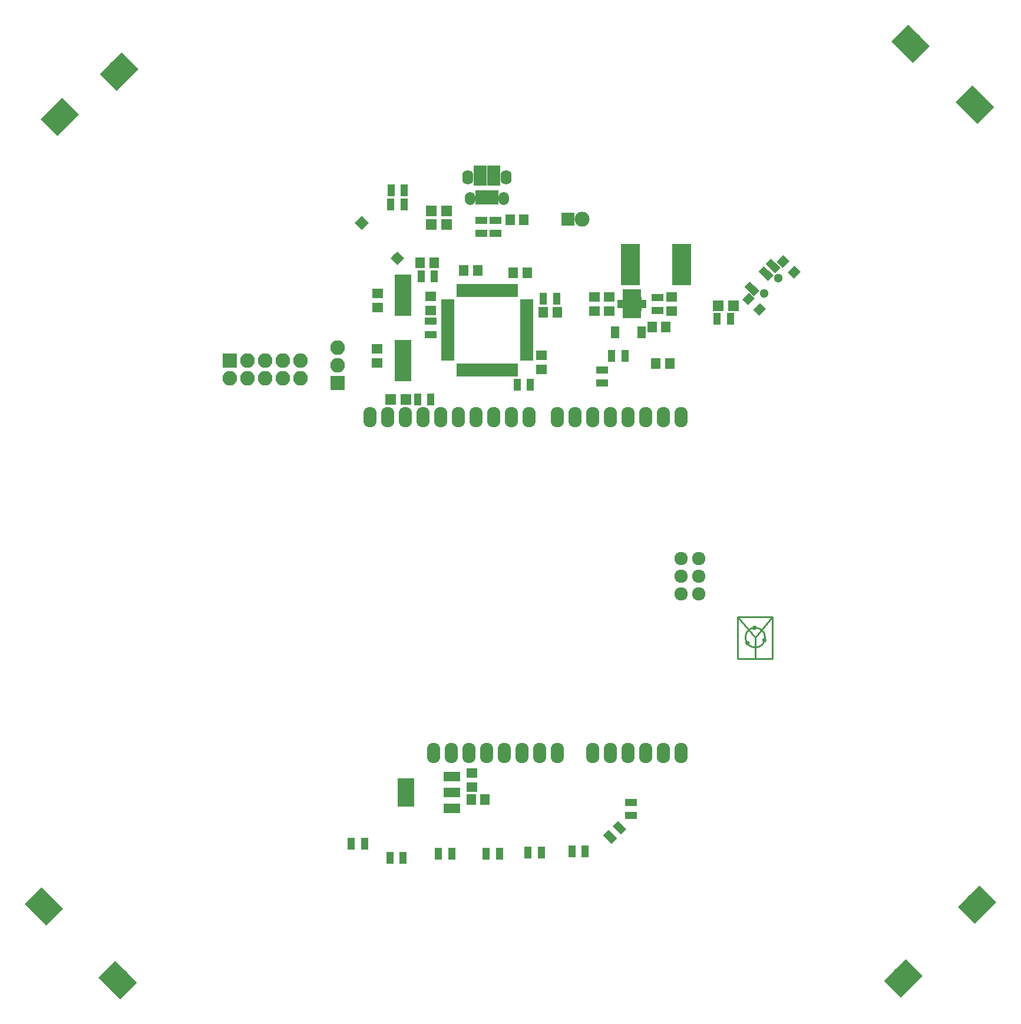
<source format=gbr>
G04 #@! TF.GenerationSoftware,KiCad,Pcbnew,(5.0.0-rc2-dev-26-g0d794b2)*
G04 #@! TF.CreationDate,2018-07-01T20:50:18-07:00*
G04 #@! TF.ProjectId,Skull_badge,536B756C6C5F62616467652E6B696361,rev?*
G04 #@! TF.SameCoordinates,Original*
G04 #@! TF.FileFunction,Soldermask,Top*
G04 #@! TF.FilePolarity,Negative*
%FSLAX46Y46*%
G04 Gerber Fmt 4.6, Leading zero omitted, Abs format (unit mm)*
G04 Created by KiCad (PCBNEW (5.0.0-rc2-dev-26-g0d794b2)) date Sunday, July 01, 2018 at 08:50:18 PM*
%MOMM*%
%LPD*%
G01*
G04 APERTURE LIST*
%ADD10C,0.250000*%
%ADD11O,1.924000X2.940000*%
%ADD12C,1.924000*%
%ADD13R,1.900000X1.900000*%
%ADD14O,2.150000X2.150000*%
%ADD15R,2.700000X6.000000*%
%ADD16R,0.800000X2.050000*%
%ADD17O,1.500000X1.900000*%
%ADD18O,1.600000X2.100000*%
%ADD19R,1.830000X2.900000*%
%ADD20R,1.400000X1.650000*%
%ADD21R,1.650000X1.400000*%
%ADD22R,2.100000X2.100000*%
%ADD23O,2.100000X2.100000*%
%ADD24R,1.100000X1.700000*%
%ADD25C,1.100000*%
%ADD26C,0.100000*%
%ADD27R,1.700000X1.100000*%
%ADD28R,0.950000X1.900000*%
%ADD29R,1.900000X0.950000*%
%ADD30R,2.398980X5.899100*%
%ADD31R,1.600000X1.600000*%
%ADD32C,1.400760*%
%ADD33C,3.400000*%
%ADD34R,0.680000X1.250000*%
%ADD35R,1.600000X1.225000*%
%ADD36R,1.100000X0.680000*%
%ADD37C,1.000000*%
%ADD38R,1.300000X1.700000*%
%ADD39R,2.432000X4.057600*%
%ADD40R,2.432000X1.416000*%
%ADD41C,1.300000*%
%ADD42C,1.200000*%
G04 APERTURE END LIST*
D10*
X162029113Y-141132157D02*
G75*
G03X162029113Y-141132157I-200000J0D01*
G01*
X163029113Y-138932157D02*
G75*
G03X163029113Y-138932157I-200000J0D01*
G01*
X164429113Y-140732157D02*
G75*
G03X164429113Y-140732157I-200000J0D01*
G01*
X164343327Y-140332157D02*
G75*
G03X164343327Y-140332157I-1414214J0D01*
G01*
X162929113Y-140332157D02*
X162929113Y-143332157D01*
X162929113Y-140332157D02*
X165429113Y-137332157D01*
X160429113Y-137332157D02*
X162929113Y-140332157D01*
X160429113Y-143332157D02*
X160429113Y-137332157D01*
X165429113Y-143332157D02*
X160429113Y-143332157D01*
X165429113Y-137332157D02*
X165429113Y-143332157D01*
X160429113Y-137332157D02*
X165429113Y-137332157D01*
D11*
X152302000Y-156946000D03*
X149762000Y-156946000D03*
X147222000Y-156946000D03*
X139602000Y-156946000D03*
X142142000Y-156946000D03*
X144682000Y-156946000D03*
X134522000Y-156946000D03*
X131982000Y-156946000D03*
X129442000Y-156946000D03*
X124362000Y-156946000D03*
X121822000Y-156946000D03*
X152302000Y-108686000D03*
X149762000Y-108686000D03*
X147222000Y-108686000D03*
X144682000Y-108686000D03*
X142142000Y-108686000D03*
X139602000Y-108686000D03*
X137062000Y-108686000D03*
X134522000Y-108686000D03*
X130458000Y-108686000D03*
X127918000Y-108686000D03*
X125378000Y-108686000D03*
X122838000Y-108686000D03*
X120298000Y-108686000D03*
X117758000Y-108686000D03*
X115218000Y-108686000D03*
X112678000Y-108686000D03*
X126902000Y-156946000D03*
X110138000Y-108686000D03*
X107598000Y-108686000D03*
X119282000Y-156946000D03*
X116742000Y-156946000D03*
D12*
X152302000Y-129006000D03*
X154842000Y-129006000D03*
X152302000Y-131546000D03*
X154842000Y-131546000D03*
X152302000Y-134086000D03*
X154842000Y-134086000D03*
D13*
X136046000Y-80238000D03*
D14*
X138046000Y-80238000D03*
D15*
X152354113Y-86707157D03*
X144954113Y-86707157D03*
D16*
X125662000Y-77102500D03*
X125012000Y-77102500D03*
X124362000Y-77102500D03*
X123712000Y-77102500D03*
X123062000Y-77102500D03*
D17*
X126782000Y-77222500D03*
X121942000Y-77222500D03*
D18*
X127092000Y-74222500D03*
X121632000Y-74222500D03*
D19*
X125322000Y-73982500D03*
X123402000Y-73982500D03*
D20*
X114800000Y-86450000D03*
X116800000Y-86450000D03*
D21*
X108550000Y-98850000D03*
X108550000Y-100850000D03*
X108650000Y-92900000D03*
X108650000Y-90900000D03*
X132200000Y-101800000D03*
X132200000Y-99800000D03*
X116250000Y-93300000D03*
X116250000Y-91300000D03*
D20*
X123050000Y-87600000D03*
X121050000Y-87600000D03*
X132500000Y-93600000D03*
X134500000Y-93600000D03*
D22*
X87405000Y-100558000D03*
D23*
X87405000Y-103098000D03*
X89945000Y-100558000D03*
X89945000Y-103098000D03*
X92485000Y-100558000D03*
X92485000Y-103098000D03*
X95025000Y-100558000D03*
X95025000Y-103098000D03*
X97565000Y-100558000D03*
X97565000Y-103098000D03*
D24*
X106798613Y-169934657D03*
X104898613Y-169934657D03*
X112323113Y-171966657D03*
X110423113Y-171966657D03*
X119308113Y-171395157D03*
X117408113Y-171395157D03*
X126166113Y-171395157D03*
X124266113Y-171395157D03*
X132198613Y-171204657D03*
X130298613Y-171204657D03*
X138485113Y-171077657D03*
X136585113Y-171077657D03*
D25*
X143413864Y-167611906D03*
D26*
G36*
X143201732Y-166621957D02*
X144403813Y-167824038D01*
X143625996Y-168601855D01*
X142423915Y-167399774D01*
X143201732Y-166621957D01*
X143201732Y-166621957D01*
G37*
D25*
X142070362Y-168955408D03*
D26*
G36*
X141858230Y-167965459D02*
X143060311Y-169167540D01*
X142282494Y-169945357D01*
X141080413Y-168743276D01*
X141858230Y-167965459D01*
X141858230Y-167965459D01*
G37*
D27*
X145050000Y-165900000D03*
X145050000Y-164000000D03*
D24*
X114900000Y-88400000D03*
X116800000Y-88400000D03*
D27*
X116250000Y-96800000D03*
X116250000Y-94900000D03*
X123600000Y-82250000D03*
X123600000Y-80350000D03*
X125600000Y-82250000D03*
X125600000Y-80350000D03*
D24*
X130600000Y-104000000D03*
X128700000Y-104000000D03*
D28*
X128400000Y-90450000D03*
X127600000Y-90450000D03*
X126800000Y-90450000D03*
X126000000Y-90450000D03*
X125200000Y-90450000D03*
X124400000Y-90450000D03*
X123600000Y-90450000D03*
X122800000Y-90450000D03*
X122000000Y-90450000D03*
X121200000Y-90450000D03*
X120400000Y-90450000D03*
D29*
X118700000Y-92150000D03*
X118700000Y-92950000D03*
X118700000Y-93750000D03*
X118700000Y-94550000D03*
X118700000Y-95350000D03*
X118700000Y-96150000D03*
X118700000Y-96950000D03*
X118700000Y-97750000D03*
X118700000Y-98550000D03*
X118700000Y-99350000D03*
X118700000Y-100150000D03*
D28*
X120400000Y-101850000D03*
X121200000Y-101850000D03*
X122000000Y-101850000D03*
X122800000Y-101850000D03*
X123600000Y-101850000D03*
X124400000Y-101850000D03*
X125200000Y-101850000D03*
X126000000Y-101850000D03*
X126800000Y-101850000D03*
X127600000Y-101850000D03*
X128400000Y-101850000D03*
D29*
X130100000Y-100150000D03*
X130100000Y-99350000D03*
X130100000Y-98550000D03*
X130100000Y-97750000D03*
X130100000Y-96950000D03*
X130100000Y-96150000D03*
X130100000Y-95350000D03*
X130100000Y-94550000D03*
X130100000Y-93750000D03*
X130100000Y-92950000D03*
X130100000Y-92150000D03*
D20*
X148654113Y-100982157D03*
X150654113Y-100982157D03*
D30*
X112300000Y-100549000D03*
X112300000Y-91151000D03*
D20*
X128150000Y-87950000D03*
X130150000Y-87950000D03*
D24*
X112479113Y-76057157D03*
X110579113Y-76057157D03*
X112454113Y-78057157D03*
X110554113Y-78057157D03*
X159348000Y-94525500D03*
X157448000Y-94525500D03*
X114397500Y-106082500D03*
X116297500Y-106082500D03*
D20*
X127675000Y-80325000D03*
X129675000Y-80325000D03*
D31*
X112741500Y-106082500D03*
X110541500Y-106082500D03*
X159795000Y-92620500D03*
X157595000Y-92620500D03*
X116400000Y-81000000D03*
X118600000Y-81000000D03*
X116400000Y-79000000D03*
X118600000Y-79000000D03*
D32*
X106395595Y-80741595D03*
D26*
G36*
X105405108Y-80741595D02*
X106395595Y-79751108D01*
X107386082Y-80741595D01*
X106395595Y-81732082D01*
X105405108Y-80741595D01*
X105405108Y-80741595D01*
G37*
D32*
X111485605Y-85831605D03*
D26*
G36*
X110495118Y-85831605D02*
X111485605Y-84841118D01*
X112476092Y-85831605D01*
X111485605Y-86822092D01*
X110495118Y-85831605D01*
X110495118Y-85831605D01*
G37*
D20*
X148085300Y-95694500D03*
X150085300Y-95694500D03*
D21*
X150939500Y-91392500D03*
X150939500Y-93392500D03*
X141909800Y-93417900D03*
X141909800Y-91417900D03*
X139865100Y-93405200D03*
X139865100Y-91405200D03*
D33*
X71500000Y-59000001D03*
D26*
G36*
X71146447Y-61757717D02*
X68742284Y-59353554D01*
X71853553Y-56242285D01*
X74257716Y-58646448D01*
X71146447Y-61757717D01*
X71146447Y-61757717D01*
G37*
D33*
X63000000Y-65500000D03*
D26*
G36*
X62646447Y-68257716D02*
X60242284Y-65853553D01*
X63353553Y-62742284D01*
X65757716Y-65146447D01*
X62646447Y-68257716D01*
X62646447Y-68257716D01*
G37*
D33*
X184196699Y-189303301D03*
D26*
G36*
X184550252Y-186545585D02*
X186954415Y-188949748D01*
X183843146Y-192061017D01*
X181438983Y-189656854D01*
X184550252Y-186545585D01*
X184550252Y-186545585D01*
G37*
D33*
X194803301Y-178696699D03*
D26*
G36*
X195156854Y-175938983D02*
X197561017Y-178343146D01*
X194449748Y-181454415D01*
X192045585Y-179050252D01*
X195156854Y-175938983D01*
X195156854Y-175938983D01*
G37*
D33*
X71303301Y-189553301D03*
D26*
G36*
X68545585Y-189199748D02*
X70949748Y-186795585D01*
X74061017Y-189906854D01*
X71656854Y-192311017D01*
X68545585Y-189199748D01*
X68545585Y-189199748D01*
G37*
D33*
X60696699Y-178946699D03*
D26*
G36*
X57938983Y-178593146D02*
X60343146Y-176188983D01*
X63454415Y-179300252D01*
X61050252Y-181704415D01*
X57938983Y-178593146D01*
X57938983Y-178593146D01*
G37*
D33*
X185250000Y-55000000D03*
D26*
G36*
X188007716Y-55353553D02*
X185603553Y-57757716D01*
X182492284Y-54646447D01*
X184896447Y-52242284D01*
X188007716Y-55353553D01*
X188007716Y-55353553D01*
G37*
D33*
X194500000Y-63750000D03*
D26*
G36*
X197257716Y-64103553D02*
X194853553Y-66507716D01*
X191742284Y-63396447D01*
X194146447Y-60992284D01*
X197257716Y-64103553D01*
X197257716Y-64103553D01*
G37*
D24*
X134400000Y-91600000D03*
X132500000Y-91600000D03*
D27*
X148869400Y-91429800D03*
X148869400Y-93329800D03*
D34*
X144214900Y-93848700D03*
X144714900Y-93848700D03*
X145214900Y-93848700D03*
X145714900Y-93848700D03*
X146214900Y-93848700D03*
X146214900Y-90898700D03*
X145714900Y-90898700D03*
X145214900Y-90898700D03*
X144714900Y-90898700D03*
X144214900Y-90898700D03*
D35*
X144614900Y-92786200D03*
X145814900Y-92786200D03*
X144614900Y-91961200D03*
X145814900Y-91961200D03*
D36*
X143664900Y-92623700D03*
X146764900Y-92623700D03*
X143664900Y-92123700D03*
X146764900Y-92123700D03*
D37*
X144464900Y-92873700D03*
X145964900Y-92873700D03*
X144464900Y-91873700D03*
X145964900Y-91873700D03*
X145214900Y-92373700D03*
D22*
X102920800Y-103759000D03*
D23*
X102920800Y-101219000D03*
X102920800Y-98679000D03*
D38*
X146578400Y-96469200D03*
X142778400Y-96469200D03*
D21*
X122200000Y-159800000D03*
X122200000Y-161800000D03*
D20*
X122100000Y-163600000D03*
X124100000Y-163600000D03*
D39*
X112700000Y-162600000D03*
D40*
X119304000Y-162600000D03*
X119304000Y-160314000D03*
X119304000Y-164886000D03*
D24*
X142304113Y-99882157D03*
X144204113Y-99882157D03*
D41*
X164223413Y-90853570D03*
X166261737Y-88652381D03*
D25*
X162429805Y-90214845D03*
D26*
G36*
X162753156Y-91263866D02*
X161359069Y-89972927D01*
X162106454Y-89165824D01*
X163500541Y-90456763D01*
X162753156Y-91263866D01*
X162753156Y-91263866D01*
G37*
D25*
X164468129Y-88013656D03*
D26*
G36*
X164791480Y-89062677D02*
X163397393Y-87771738D01*
X164144778Y-86964635D01*
X165538865Y-88255574D01*
X164791480Y-89062677D01*
X164791480Y-89062677D01*
G37*
D25*
X165487291Y-86913061D03*
D26*
G36*
X165810642Y-87962082D02*
X164416555Y-86671143D01*
X165163940Y-85864040D01*
X166558027Y-87154979D01*
X165810642Y-87962082D01*
X165810642Y-87962082D01*
G37*
D42*
X163569717Y-93178475D03*
D26*
G36*
X163534346Y-94099751D02*
X162653870Y-93284421D01*
X163605088Y-92257199D01*
X164485564Y-93072529D01*
X163534346Y-94099751D01*
X163534346Y-94099751D01*
G37*
D42*
X168529639Y-87822247D03*
D26*
G36*
X168494268Y-88743523D02*
X167613792Y-87928193D01*
X168565010Y-86900971D01*
X169445486Y-87716301D01*
X168494268Y-88743523D01*
X168494268Y-88743523D01*
G37*
D42*
X166915433Y-86327476D03*
D26*
G36*
X166880062Y-87248752D02*
X165999586Y-86433422D01*
X166950804Y-85406200D01*
X167831280Y-86221530D01*
X166880062Y-87248752D01*
X166880062Y-87248752D01*
G37*
D42*
X161955512Y-91683704D03*
D26*
G36*
X161920141Y-92604980D02*
X161039665Y-91789650D01*
X161990883Y-90762428D01*
X162871359Y-91577758D01*
X161920141Y-92604980D01*
X161920141Y-92604980D01*
G37*
D27*
X140929113Y-103782157D03*
X140929113Y-101882157D03*
M02*

</source>
